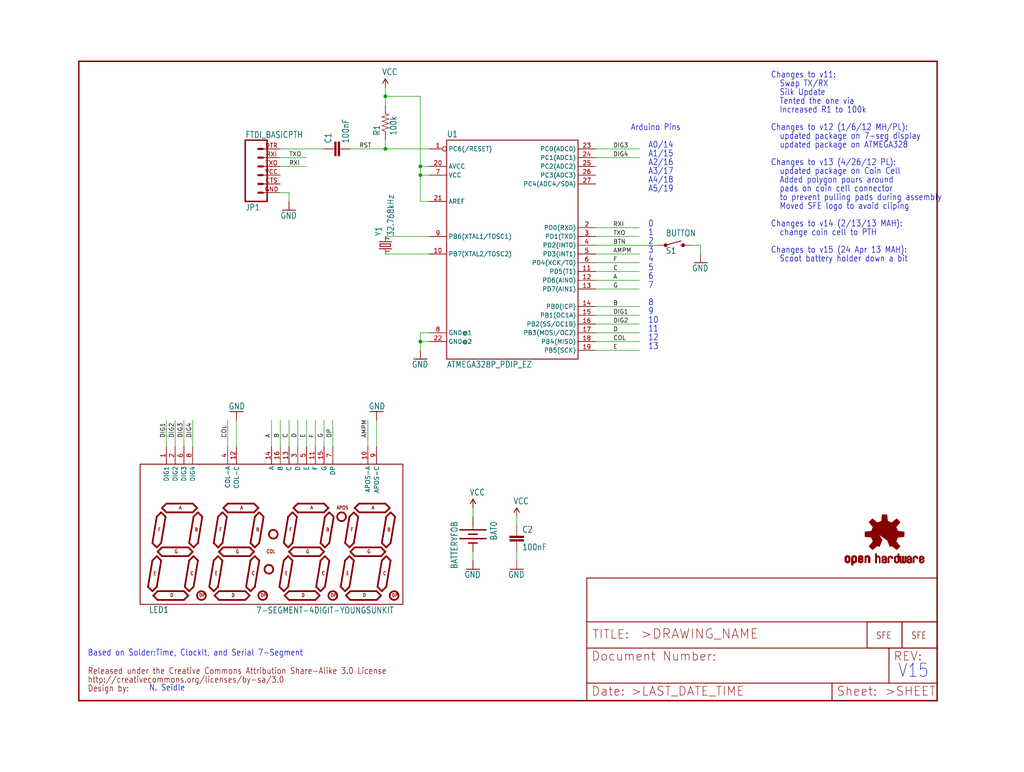
<source format=kicad_sch>
(kicad_sch (version 20211123) (generator eeschema)
  (paper "User" 297.002 223.926)
  (lib_symbols
    (symbol "schematicEagle-eagle-import:7-SEGMENT-4DIGIT-YOUNGSUNKIT"
      (property "Reference" "LED" (at -35.56 -20.32 0))
      (property "Value" "7-SEGMENT-4DIGIT-YOUNGSUNKIT" (at 35.56 -18.542 0))
      (symbol "7-SEGMENT-4DIGIT-YOUNGSUNKIT_1_0"
        (text "A" (at -26.924 9.652 0) (effects (font (size 1.016 0.8636) (thickness 0.1727) bold) (justify left bottom)))
        (text "A" (at -9.144 9.652 0) (effects (font (size 1.016 0.8636) (thickness 0.1727) bold) (justify left bottom)))
        (text "A" (at 11.176 9.652 0) (effects (font (size 1.016 0.8636) (thickness 0.1727) bold) (justify left bottom)))
        (text "A" (at 28.956 9.652 0) (effects (font (size 1.016 0.8636) (thickness 0.1727) bold) (justify left bottom)))
        (text "APOS" (at 18.796 9.652 0) (effects (font (size 1.016 0.8636) (thickness 0.1727) bold) (justify left bottom)))
        (text "B" (at -22.352 3.302 0) (effects (font (size 1.016 0.8636) (thickness 0.1727) bold) (justify left bottom)))
        (text "B" (at -4.572 3.302 0) (effects (font (size 1.016 0.8636) (thickness 0.1727) bold) (justify left bottom)))
        (text "B" (at 15.748 3.302 0) (effects (font (size 1.016 0.8636) (thickness 0.1727) bold) (justify left bottom)))
        (text "B" (at 33.528 3.302 0) (effects (font (size 1.016 0.8636) (thickness 0.1727) bold) (justify left bottom)))
        (text "C" (at -23.622 -9.398 0) (effects (font (size 1.016 0.8636) (thickness 0.1727) bold) (justify left bottom)))
        (text "C" (at -5.842 -9.398 0) (effects (font (size 1.016 0.8636) (thickness 0.1727) bold) (justify left bottom)))
        (text "C" (at 14.478 -9.398 0) (effects (font (size 1.016 0.8636) (thickness 0.1727) bold) (justify left bottom)))
        (text "C" (at 32.258 -9.398 0) (effects (font (size 1.016 0.8636) (thickness 0.1727) bold) (justify left bottom)))
        (text "COL" (at -1.524 -3.048 0) (effects (font (size 1.016 0.8636) (thickness 0.1727) bold) (justify left bottom)))
        (text "D" (at -29.464 -15.748 0) (effects (font (size 1.016 0.8636) (thickness 0.1727) bold) (justify left bottom)))
        (text "D" (at -11.684 -15.748 0) (effects (font (size 1.016 0.8636) (thickness 0.1727) bold) (justify left bottom)))
        (text "D" (at 8.636 -15.748 0) (effects (font (size 1.016 0.8636) (thickness 0.1727) bold) (justify left bottom)))
        (text "D" (at 26.416 -15.748 0) (effects (font (size 1.016 0.8636) (thickness 0.1727) bold) (justify left bottom)))
        (text "DP" (at -21.082 -15.748 0) (effects (font (size 1.016 0.8636) (thickness 0.1727) bold) (justify left bottom)))
        (text "DP" (at -3.302 -15.748 0) (effects (font (size 1.016 0.8636) (thickness 0.1727) bold) (justify left bottom)))
        (text "DP" (at 17.018 -15.748 0) (effects (font (size 1.016 0.8636) (thickness 0.1727) bold) (justify left bottom)))
        (text "DP" (at 34.798 -15.748 0) (effects (font (size 1.016 0.8636) (thickness 0.1727) bold) (justify left bottom)))
        (text "E" (at -34.29 -9.398 0) (effects (font (size 1.016 0.8636) (thickness 0.1727) bold) (justify left bottom)))
        (text "E" (at -16.51 -9.398 0) (effects (font (size 1.016 0.8636) (thickness 0.1727) bold) (justify left bottom)))
        (text "E" (at 3.81 -9.398 0) (effects (font (size 1.016 0.8636) (thickness 0.1727) bold) (justify left bottom)))
        (text "E" (at 21.59 -9.398 0) (effects (font (size 1.016 0.8636) (thickness 0.1727) bold) (justify left bottom)))
        (text "F" (at -33.02 3.302 0) (effects (font (size 1.016 0.8636) (thickness 0.1727) bold) (justify left bottom)))
        (text "F" (at -15.24 3.302 0) (effects (font (size 1.016 0.8636) (thickness 0.1727) bold) (justify left bottom)))
        (text "F" (at 5.08 3.302 0) (effects (font (size 1.016 0.8636) (thickness 0.1727) bold) (justify left bottom)))
        (text "F" (at 22.86 3.302 0) (effects (font (size 1.016 0.8636) (thickness 0.1727) bold) (justify left bottom)))
        (text "G" (at -28.194 -3.048 0) (effects (font (size 1.016 0.8636) (thickness 0.1727) bold) (justify left bottom)))
        (text "G" (at -10.414 -3.048 0) (effects (font (size 1.016 0.8636) (thickness 0.1727) bold) (justify left bottom)))
        (text "G" (at 9.906 -3.048 0) (effects (font (size 1.016 0.8636) (thickness 0.1727) bold) (justify left bottom)))
        (text "G" (at 27.686 -3.048 0) (effects (font (size 1.016 0.8636) (thickness 0.1727) bold) (justify left bottom)))
        (pin bidirectional line (at -30.48 27.94 270) (length 5.08) (name "DIG1") (number "1"))
        (pin bidirectional line (at 27.94 27.94 270) (length 5.08) (name "APOS-A") (number "10"))
        (pin bidirectional line (at 12.7 27.94 270) (length 5.08) (name "F") (number "11"))
        (pin bidirectional line (at -10.16 27.94 270) (length 5.08) (name "COL-C") (number "12"))
        (pin bidirectional line (at 5.08 27.94 270) (length 5.08) (name "C") (number "13"))
        (pin bidirectional line (at 0 27.94 270) (length 5.08) (name "A") (number "14"))
        (pin bidirectional line (at 15.24 27.94 270) (length 5.08) (name "G") (number "15"))
        (pin bidirectional line (at 2.54 27.94 270) (length 5.08) (name "B") (number "16"))
        (pin bidirectional line (at -27.94 27.94 270) (length 5.08) (name "DIG2") (number "2"))
        (pin bidirectional line (at 7.62 27.94 270) (length 5.08) (name "D") (number "3"))
        (pin bidirectional line (at -12.7 27.94 270) (length 5.08) (name "COL-A") (number "4"))
        (pin bidirectional line (at 10.16 27.94 270) (length 5.08) (name "E") (number "5"))
        (pin bidirectional line (at -25.4 27.94 270) (length 5.08) (name "DIG3") (number "6"))
        (pin bidirectional line (at 17.78 27.94 270) (length 5.08) (name "DP") (number "7"))
        (pin bidirectional line (at -22.86 27.94 270) (length 5.08) (name "DIG4") (number "8"))
        (pin bidirectional line (at 30.48 27.94 270) (length 5.08) (name "APOS-C") (number "9"))
      )
    )
    (symbol "schematicEagle-eagle-import:ATMEGA328P_PDIP_EZ"
      (property "Reference" "U" (at -17.78 28.702 0))
      (property "Value" "ATMEGA328P_PDIP_EZ" (at -17.78 -38.1 0))
      (symbol "ATMEGA328P_PDIP_EZ_1_0"
        (pin bidirectional inverted (at -22.86 25.4 0) (length 5.08) (name "PC6(/RESET)") (number "1"))
        (pin bidirectional line (at -22.86 -5.08 0) (length 5.08) (name "PB7(XTAL2/TOSC2)") (number "10"))
        (pin bidirectional line (at 25.4 -10.16 180) (length 5.08) (name "PD5(T1)") (number "11"))
        (pin bidirectional line (at 25.4 -12.7 180) (length 5.08) (name "PD6(AIN0)") (number "12"))
        (pin bidirectional line (at 25.4 -15.24 180) (length 5.08) (name "PD7(AIN1)") (number "13"))
        (pin bidirectional line (at 25.4 -20.32 180) (length 5.08) (name "PB0(ICP)") (number "14"))
        (pin bidirectional line (at 25.4 -22.86 180) (length 5.08) (name "PB1(OC1A)") (number "15"))
        (pin bidirectional line (at 25.4 -25.4 180) (length 5.08) (name "PB2(SS/OC1B)") (number "16"))
        (pin bidirectional line (at 25.4 -27.94 180) (length 5.08) (name "PB3(MOSI/OC2)") (number "17"))
        (pin bidirectional line (at 25.4 -30.48 180) (length 5.08) (name "PB4(MISO)") (number "18"))
        (pin bidirectional line (at 25.4 -33.02 180) (length 5.08) (name "PB5(SCK)") (number "19"))
        (pin bidirectional line (at 25.4 2.54 180) (length 5.08) (name "PD0(RXD)") (number "2"))
        (pin bidirectional line (at -22.86 20.32 0) (length 5.08) (name "AVCC") (number "20"))
        (pin bidirectional line (at -22.86 10.16 0) (length 5.08) (name "AREF") (number "21"))
        (pin bidirectional line (at -22.86 -30.48 0) (length 5.08) (name "GND@2") (number "22"))
        (pin bidirectional line (at 25.4 25.4 180) (length 5.08) (name "PC0(ADC0)") (number "23"))
        (pin bidirectional line (at 25.4 22.86 180) (length 5.08) (name "PC1(ADC1)") (number "24"))
        (pin bidirectional line (at 25.4 20.32 180) (length 5.08) (name "PC2(ADC2)") (number "25"))
        (pin bidirectional line (at 25.4 17.78 180) (length 5.08) (name "PC3(ADC3)") (number "26"))
        (pin bidirectional line (at 25.4 15.24 180) (length 5.08) (name "PC4(ADC4/SDA)") (number "27"))
        (pin bidirectional line (at 25.4 0 180) (length 5.08) (name "PD1(TXD)") (number "3"))
        (pin bidirectional line (at 25.4 -2.54 180) (length 5.08) (name "PD2(INT0)") (number "4"))
        (pin bidirectional line (at 25.4 -5.08 180) (length 5.08) (name "PD3(INT1)") (number "5"))
        (pin bidirectional line (at 25.4 -7.62 180) (length 5.08) (name "PD4(XCK/T0)") (number "6"))
        (pin bidirectional line (at -22.86 17.78 0) (length 5.08) (name "VCC") (number "7"))
        (pin bidirectional line (at -22.86 -27.94 0) (length 5.08) (name "GND@1") (number "8"))
        (pin bidirectional line (at -22.86 0 0) (length 5.08) (name "PB6(XTAL1/TOSC1)") (number "9"))
      )
    )
    (symbol "schematicEagle-eagle-import:BATTERYFOB"
      (property "Reference" "BAT" (at -3.81 5.08 0))
      (property "Value" "BATTERYFOB" (at -3.81 -6.35 0))
      (symbol "BATTERYFOB_1_0"
        (pin power_in line (at -5.08 0 0) (length 2.54) (name "+") (number "1"))
        (pin power_in line (at 5.08 0 180) (length 2.54) (name "-") (number "2"))
      )
    )
    (symbol "schematicEagle-eagle-import:CAPEZ"
      (property "Reference" "C" (at 1.524 2.921 0))
      (property "Value" "CAPEZ" (at 1.524 -2.159 0))
      (symbol "CAPEZ_1_0"
        (pin passive line (at 0 5.08 270) (length 2.54) (name "1") (number "1"))
        (pin passive line (at 0 -2.54 90) (length 2.54) (name "2") (number "2"))
      )
    )
    (symbol "schematicEagle-eagle-import:CREATIVE_COMMONS"
      (symbol "CREATIVE_COMMONS_1_0"
        (text "Design by:" (at 0 0 0) (effects (font (size 1.778 1.5113)) (justify left bottom)))
        (text "http://creativecommons.org/licenses/by-sa/3.0" (at 0 2.54 0) (effects (font (size 1.778 1.5113)) (justify left bottom)))
        (text "Released under the Creative Commons Attribution Share-Alike 3.0 License" (at 0 5.08 0) (effects (font (size 1.778 1.5113)) (justify left bottom)))
      )
    )
    (symbol "schematicEagle-eagle-import:CRYSTALTC26H_EZ"
      (property "Reference" "Y" (at 2.54 1.016 0))
      (property "Value" "CRYSTALTC26H_EZ" (at 2.54 -2.54 0))
      (symbol "CRYSTALTC26H_EZ_1_0"
        (text "1" (at -2.159 -1.143 0) (effects (font (size 0.8636 0.734)) (justify left bottom)))
        (text "2" (at 1.524 -1.143 0) (effects (font (size 0.8636 0.734)) (justify left bottom)))
        (pin passive line (at -2.54 0 0) (length 0) (name "1") (number "1"))
        (pin passive line (at 2.54 0 180) (length 0) (name "2") (number "2"))
      )
    )
    (symbol "schematicEagle-eagle-import:FRAME-LETTER"
      (symbol "FRAME-LETTER_2_0"
        (text ">DRAWING_NAME" (at 15.494 17.78 0) (effects (font (size 2.7432 2.7432)) (justify left bottom)))
        (text ">LAST_DATE_TIME" (at 12.7 1.27 0) (effects (font (size 2.54 2.54)) (justify left bottom)))
        (text ">SHEET" (at 86.36 1.27 0) (effects (font (size 2.54 2.54)) (justify left bottom)))
        (text "Date:" (at 1.27 1.27 0) (effects (font (size 2.54 2.54)) (justify left bottom)))
        (text "Document Number:" (at 1.27 11.43 0) (effects (font (size 2.54 2.54)) (justify left bottom)))
        (text "REV:" (at 88.9 11.43 0) (effects (font (size 2.54 2.54)) (justify left bottom)))
        (text "Sheet:" (at 72.39 1.27 0) (effects (font (size 2.54 2.54)) (justify left bottom)))
        (text "TITLE:" (at 1.524 17.78 0) (effects (font (size 2.54 2.54)) (justify left bottom)))
      )
    )
    (symbol "schematicEagle-eagle-import:FTDI_BASICPTH"
      (property "Reference" "JP" (at -5.08 10.922 0))
      (property "Value" "FTDI_BASICPTH" (at -5.08 -10.16 0))
      (symbol "FTDI_BASICPTH_1_0"
        (pin passive line (at 5.08 5.08 180) (length 5.08) (name "5") (number "CTS"))
        (pin passive line (at 5.08 -5.08 180) (length 5.08) (name "1") (number "DTR"))
        (pin passive line (at 5.08 7.62 180) (length 5.08) (name "6") (number "GND"))
        (pin passive line (at 5.08 -2.54 180) (length 5.08) (name "2") (number "RXI"))
        (pin passive line (at 5.08 0 180) (length 5.08) (name "3") (number "TXO"))
        (pin passive line (at 5.08 2.54 180) (length 5.08) (name "4") (number "VCC"))
      )
    )
    (symbol "schematicEagle-eagle-import:GND" (power)
      (property "Value" "GND" (at -2.54 -2.54 0))
      (symbol "GND_1_0"
        (pin power_in line (at 0 2.54 270) (length 2.54) (name "GND") (number "1"))
      )
    )
    (symbol "schematicEagle-eagle-import:LOGO-SFENW2"
      (symbol "LOGO-SFENW2_1_0"
        (text "SFE" (at 0 0 0) (effects (font (size 1.9304 1.6408)) (justify left bottom)))
      )
    )
    (symbol "schematicEagle-eagle-import:LOGO-SFESK"
      (symbol "LOGO-SFESK_1_0"
        (text "SFE" (at 0 0 0) (effects (font (size 1.9304 1.6408)) (justify left bottom)))
      )
    )
    (symbol "schematicEagle-eagle-import:OSHW-LOGOS")
    (symbol "schematicEagle-eagle-import:RESISTORKIT"
      (property "Reference" "R" (at -3.81 1.4986 0))
      (property "Value" "RESISTORKIT" (at -3.81 -3.302 0))
      (symbol "RESISTORKIT_1_0"
        (pin passive line (at -5.08 0 0) (length 2.54) (name "1") (number "P$1"))
        (pin passive line (at 5.08 0 180) (length 2.54) (name "2") (number "P$2"))
      )
    )
    (symbol "schematicEagle-eagle-import:SWITCH-MOMENTARY-2SIDE_EZ"
      (property "Reference" "S" (at -2.54 2.54 0))
      (property "Value" "SWITCH-MOMENTARY-2SIDE_EZ" (at -2.54 -2.54 0))
      (symbol "SWITCH-MOMENTARY-2SIDE_EZ_1_0"
        (pin passive line (at -5.08 0 0) (length 2.54) (name "1") (number "1"))
        (pin passive line (at 5.08 0 180) (length 2.54) (name "2") (number "2"))
      )
    )
    (symbol "schematicEagle-eagle-import:VCC" (power)
      (property "Value" "VCC" (at -1.016 3.556 0))
      (symbol "VCC_1_0"
        (pin power_in line (at 0 0 90) (length 2.54) (name "VCC") (number "1"))
      )
    )
  )
  (junction (at 111.76 27.94))
  (junction (at 111.76 43.18))
  (junction (at 121.92 50.8))
  (junction (at 121.92 99.06))
  (junction (at 121.92 48.26))
  (wire (pts (xy 53.34 129.54) (xy 53.34 121.92)))
  (wire (pts (xy 88.9 129.54) (xy 88.9 121.92)))
  (wire (pts (xy 78.74 129.54) (xy 78.74 121.92)))
  (wire (pts (xy 172.72 43.18) (xy 185.42 43.18)))
  (wire (pts (xy 81.28 45.72) (xy 88.9 45.72)))
  (wire (pts (xy 121.92 50.8) (xy 121.92 48.26)))
  (wire (pts (xy 172.72 81.28) (xy 185.42 81.28)))
  (wire (pts (xy 96.52 129.54) (xy 96.52 121.92)))
  (wire (pts (xy 121.92 58.42) (xy 121.92 50.8)))
  (wire (pts (xy 81.28 48.26) (xy 88.9 48.26)))
  (wire (pts (xy 172.72 73.66) (xy 185.42 73.66)))
  (wire (pts (xy 137.16 162.56) (xy 137.16 160.02)))
  (wire (pts (xy 121.92 96.52) (xy 121.92 99.06)))
  (wire (pts (xy 172.72 71.12) (xy 190.5 71.12)))
  (wire (pts (xy 172.72 68.58) (xy 185.42 68.58)))
  (wire (pts (xy 121.92 99.06) (xy 121.92 101.6)))
  (wire (pts (xy 50.8 129.54) (xy 50.8 121.92)))
  (wire (pts (xy 106.68 129.54) (xy 106.68 121.92)))
  (wire (pts (xy 83.82 129.54) (xy 83.82 121.92)))
  (wire (pts (xy 91.44 129.54) (xy 91.44 121.92)))
  (wire (pts (xy 121.92 50.8) (xy 124.46 50.8)))
  (wire (pts (xy 68.58 129.54) (xy 68.58 121.92)))
  (wire (pts (xy 101.6 43.18) (xy 111.76 43.18)))
  (wire (pts (xy 124.46 99.06) (xy 121.92 99.06)))
  (wire (pts (xy 172.72 78.74) (xy 185.42 78.74)))
  (wire (pts (xy 109.22 129.54) (xy 109.22 121.92)))
  (wire (pts (xy 93.98 129.54) (xy 93.98 121.92)))
  (wire (pts (xy 172.72 66.04) (xy 185.42 66.04)))
  (wire (pts (xy 81.28 129.54) (xy 81.28 121.92)))
  (wire (pts (xy 111.76 27.94) (xy 111.76 30.48)))
  (wire (pts (xy 55.88 129.54) (xy 55.88 121.92)))
  (wire (pts (xy 172.72 76.2) (xy 185.42 76.2)))
  (wire (pts (xy 172.72 99.06) (xy 185.42 99.06)))
  (wire (pts (xy 121.92 48.26) (xy 124.46 48.26)))
  (wire (pts (xy 111.76 73.66) (xy 124.46 73.66)))
  (wire (pts (xy 111.76 43.18) (xy 124.46 43.18)))
  (wire (pts (xy 81.28 43.18) (xy 93.98 43.18)))
  (wire (pts (xy 137.16 147.32) (xy 137.16 149.86)))
  (wire (pts (xy 149.86 162.56) (xy 149.86 160.02)))
  (wire (pts (xy 111.76 25.4) (xy 111.76 27.94)))
  (wire (pts (xy 66.04 129.54) (xy 66.04 121.92)))
  (wire (pts (xy 121.92 27.94) (xy 111.76 27.94)))
  (wire (pts (xy 48.26 129.54) (xy 48.26 121.92)))
  (wire (pts (xy 172.72 91.44) (xy 185.42 91.44)))
  (wire (pts (xy 81.28 55.88) (xy 83.82 55.88)))
  (wire (pts (xy 121.92 48.26) (xy 121.92 27.94)))
  (wire (pts (xy 149.86 152.4) (xy 149.86 149.86)))
  (wire (pts (xy 172.72 93.98) (xy 185.42 93.98)))
  (wire (pts (xy 111.76 40.64) (xy 111.76 43.18)))
  (wire (pts (xy 86.36 129.54) (xy 86.36 121.92)))
  (wire (pts (xy 124.46 68.58) (xy 111.76 68.58)))
  (wire (pts (xy 203.2 71.12) (xy 203.2 73.66)))
  (wire (pts (xy 172.72 83.82) (xy 185.42 83.82)))
  (wire (pts (xy 124.46 96.52) (xy 121.92 96.52)))
  (wire (pts (xy 83.82 55.88) (xy 83.82 58.42)))
  (wire (pts (xy 200.66 71.12) (xy 203.2 71.12)))
  (wire (pts (xy 172.72 88.9) (xy 185.42 88.9)))
  (wire (pts (xy 172.72 101.6) (xy 185.42 101.6)))
  (wire (pts (xy 124.46 58.42) (xy 121.92 58.42)))
  (wire (pts (xy 172.72 45.72) (xy 185.42 45.72)))
  (wire (pts (xy 172.72 96.52) (xy 185.42 96.52)))
  (text "Arduino Pins" (at 182.88 38.1 180) (effects (font (size 1.778 1.5113)) (justify left bottom)))
  (text "13" (at 187.96 101.6 180) (effects (font (size 1.778 1.5113)) (justify left bottom)))
  (text "pads on coin cell connector" (at 226.06 55.88 180) (effects (font (size 1.778 1.5113)) (justify left bottom)))
  (text "to prevent pulling pads during assembly" (at 226.06 58.42 180) (effects (font (size 1.778 1.5113)) (justify left bottom)))
  (text "Based on Solder:Time, ClockIt, and Serial 7-Segment" (at 25.4 190.5 0) (effects (font (size 1.778 1.5113)) (justify left bottom)))
  (text "V15" (at 260.35 196.85 180) (effects (font (size 3.81 3.2385)) (justify left bottom)))
  (text "Moved SFE logo to avoid cliping" (at 226.06 60.96 180) (effects (font (size 1.778 1.5113)) (justify left bottom)))
  (text "11" (at 187.96 96.52 180) (effects (font (size 1.778 1.5113)) (justify left bottom)))
  (text "2" (at 187.96 71.12 180) (effects (font (size 1.778 1.5113)) (justify left bottom)))
  (text "updated package on 7-seg display" (at 226.06 40.64 180) (effects (font (size 1.778 1.5113)) (justify left bottom)))
  (text "Added polygon pours around" (at 226.06 53.34 180) (effects (font (size 1.778 1.5113)) (justify left bottom)))
  (text "Increased R1 to 100k" (at 226.06 33.02 180) (effects (font (size 1.778 1.5113)) (justify left bottom)))
  (text "10" (at 187.96 93.98 180) (effects (font (size 1.778 1.5113)) (justify left bottom)))
  (text "8" (at 187.96 88.9 180) (effects (font (size 1.778 1.5113)) (justify left bottom)))
  (text "Swap TX/RX" (at 226.06 25.4 180) (effects (font (size 1.778 1.5113)) (justify left bottom)))
  (text "6" (at 187.96 81.28 180) (effects (font (size 1.778 1.5113)) (justify left bottom)))
  (text "0" (at 187.96 66.04 180) (effects (font (size 1.778 1.5113)) (justify left bottom)))
  (text "4" (at 187.96 76.2 180) (effects (font (size 1.778 1.5113)) (justify left bottom)))
  (text "N. Seidle" (at 43.18 200.66 180) (effects (font (size 1.778 1.5113)) (justify left bottom)))
  (text "updated package on Coin Cell" (at 226.06 50.8 180) (effects (font (size 1.778 1.5113)) (justify left bottom)))
  (text "updated package on ATMEGA328" (at 226.06 43.18 180) (effects (font (size 1.778 1.5113)) (justify left bottom)))
  (text "A0/14" (at 187.96 43.18 180) (effects (font (size 1.778 1.5113)) (justify left bottom)))
  (text "Tented the one via" (at 226.06 30.48 180) (effects (font (size 1.778 1.5113)) (justify left bottom)))
  (text "A3/17" (at 187.96 50.8 180) (effects (font (size 1.778 1.5113)) (justify left bottom)))
  (text "change coin cell to PTH" (at 226.06 68.58 180) (effects (font (size 1.778 1.5113)) (justify left bottom)))
  (text "Silk Update" (at 226.06 27.94 180) (effects (font (size 1.778 1.5113)) (justify left bottom)))
  (text "9" (at 187.96 91.44 180) (effects (font (size 1.778 1.5113)) (justify left bottom)))
  (text "A4/18" (at 187.96 53.34 180) (effects (font (size 1.778 1.5113)) (justify left bottom)))
  (text "Changes to v13 (4/26/12 PL):" (at 223.52 48.26 180) (effects (font (size 1.778 1.5113)) (justify left bottom)))
  (text "A1/15" (at 187.96 45.72 180) (effects (font (size 1.778 1.5113)) (justify left bottom)))
  (text "3" (at 187.96 73.66 180) (effects (font (size 1.778 1.5113)) (justify left bottom)))
  (text "7" (at 187.96 83.82 180) (effects (font (size 1.778 1.5113)) (justify left bottom)))
  (text "Changes to v12 (1/6/12 MH/PL):" (at 223.52 38.1 180) (effects (font (size 1.778 1.5113)) (justify left bottom)))
  (text "12" (at 187.96 99.06 180) (effects (font (size 1.778 1.5113)) (justify left bottom)))
  (text "Changes to v11:" (at 223.52 22.86 180) (effects (font (size 1.778 1.5113)) (justify left bottom)))
  (text "1" (at 187.96 68.58 180) (effects (font (size 1.778 1.5113)) (justify left bottom)))
  (text "Changes to v14 (2/13/13 MAH):" (at 223.52 66.04 180) (effects (font (size 1.778 1.5113)) (justify left bottom)))
  (text "Changes to v15 (24 Apr 13 MAH):" (at 223.52 73.66 180) (effects (font (size 1.778 1.5113)) (justify left bottom)))
  (text "A2/16" (at 187.96 48.26 180) (effects (font (size 1.778 1.5113)) (justify left bottom)))
  (text "5" (at 187.96 78.74 180) (effects (font (size 1.778 1.5113)) (justify left bottom)))
  (text "A5/19" (at 187.96 55.88 180) (effects (font (size 1.778 1.5113)) (justify left bottom)))
  (text "Scoot battery holder down a bit" (at 226.06 76.2 180) (effects (font (size 1.778 1.5113)) (justify left bottom)))
  (label "DIG2" (at 50.8 127 90) (effects (font (size 1.2446 1.2446))))
  (label "A" (at 78.74 127 90) (effects (font (size 1.2446 1.2446))))
  (label "DIG4" (at 177.8 45.72 0) (effects (font (size 1.2446 1.2446))))
  (label "E" (at 177.8 101.6 0) (effects (font (size 1.2446 1.2446))))
  (label "E" (at 88.9 127 90) (effects (font (size 1.2446 1.2446))))
  (label "DIG3" (at 53.34 127 90) (effects (font (size 1.2446 1.2446))))
  (label "AMPM" (at 177.8 73.66 0) (effects (font (size 1.2446 1.2446))))
  (label "G" (at 177.8 83.82 0) (effects (font (size 1.2446 1.2446))))
  (label "B" (at 177.8 88.9 0) (effects (font (size 1.2446 1.2446))))
  (label "G" (at 93.98 127 90) (effects (font (size 1.2446 1.2446))))
  (label "DP" (at 96.52 127 90) (effects (font (size 1.2446 1.2446))))
  (label "BTN" (at 177.8 71.12 0) (effects (font (size 1.2446 1.2446))))
  (label "DIG4" (at 55.88 127 90) (effects (font (size 1.2446 1.2446))))
  (label "DIG2" (at 177.8 93.98 0) (effects (font (size 1.2446 1.2446))))
  (label "F" (at 177.8 76.2 0) (effects (font (size 1.2446 1.2446))))
  (label "DIG1" (at 48.26 127 90) (effects (font (size 1.2446 1.2446))))
  (label "D" (at 86.36 127 90) (effects (font (size 1.2446 1.2446))))
  (label "DIG1" (at 177.8 91.44 0) (effects (font (size 1.2446 1.2446))))
  (label "COL" (at 177.8 99.06 0) (effects (font (size 1.2446 1.2446))))
  (label "F" (at 91.44 127 90) (effects (font (size 1.2446 1.2446))))
  (label "C" (at 83.82 127 90) (effects (font (size 1.2446 1.2446))))
  (label "RXI" (at 83.82 48.26 0) (effects (font (size 1.2446 1.2446))))
  (label "RST" (at 104.14 43.18 0) (effects (font (size 1.2446 1.2446))))
  (label "TXO" (at 177.8 68.58 0) (effects (font (size 1.2446 1.2446))))
  (label "D" (at 177.8 96.52 0) (effects (font (size 1.2446 1.2446))))
  (label "COL" (at 66.04 127 90) (effects (font (size 1.2446 1.2446))))
  (label "AMPM" (at 106.68 127 90) (effects (font (size 1.2446 1.2446))))
  (label "TXO" (at 83.82 45.72 0) (effects (font (size 1.2446 1.2446))))
  (label "B" (at 81.28 127 90) (effects (font (size 1.2446 1.2446))))
  (label "A" (at 177.8 81.28 0) (effects (font (size 1.2446 1.2446))))
  (label "C" (at 177.8 78.74 0) (effects (font (size 1.2446 1.2446))))
  (label "RXI" (at 177.8 66.04 0) (effects (font (size 1.2446 1.2446))))
  (label "DIG3" (at 177.8 43.18 0) (effects (font (size 1.2446 1.2446))))
  (symbol (lib_id "schematicEagle-eagle-import:GND") (at 203.2 76.2 0) (unit 1)
    (property "Reference" "#GND4" (effects hide))
    (property "Value" "GND" (at 200.66 78.74 0) (effects (font (size 1.778 1.5113)) (justify left bottom)))
    (property "Footprint" "schematicEagle:" (effects hide))
  )
  (symbol (lib_id "schematicEagle-eagle-import:CRYSTALTC26H_EZ") (at 111.76 71.12 90) (unit 1)
    (property "Reference" "Y1" (at 110.744 68.58 0) (effects (font (size 1.778 1.5113)) (justify left bottom)))
    (property "Value" "32.768kHz" (at 114.3 68.58 0) (effects (font (size 1.778 1.5113)) (justify left bottom)))
    (property "Footprint" "schematicEagle:TC26HEZ" (effects hide))
  )
  (symbol (lib_id "schematicEagle-eagle-import:BATTERYFOB") (at 137.16 154.94 270) (unit 1)
    (property "Reference" "BAT0" (at 142.24 151.13 0) (effects (font (size 1.778 1.5113)) (justify left bottom)))
    (property "Value" "BATTERYFOB" (at 130.81 151.13 0) (effects (font (size 1.778 1.5113)) (justify left bottom)))
    (property "Footprint" "schematicEagle:BATTERY_20MM_PTH_COMPACT" (effects hide))
  )
  (symbol (lib_id "schematicEagle-eagle-import:GND") (at 68.58 119.38 180) (unit 1)
    (property "Reference" "#GND1" (effects hide))
    (property "Value" "GND" (at 71.12 116.84 0) (effects (font (size 1.778 1.5113)) (justify left bottom)))
    (property "Footprint" "schematicEagle:" (effects hide))
  )
  (symbol (lib_id "schematicEagle-eagle-import:FRAME-LETTER") (at 170.18 203.2 0) (unit 2)
    (property "Reference" "#FRAME1" (effects hide))
    (property "Value" "FRAME-LETTER" (effects hide))
    (property "Footprint" "schematicEagle:" (effects hide))
  )
  (symbol (lib_id "schematicEagle-eagle-import:7-SEGMENT-4DIGIT-YOUNGSUNKIT") (at 78.74 157.48 0) (unit 1)
    (property "Reference" "LED1" (at 43.18 177.8 0) (effects (font (size 1.778 1.5113)) (justify left bottom)))
    (property "Value" "7-SEGMENT-4DIGIT-YOUNGSUNKIT" (at 114.3 176.022 0) (effects (font (size 1.778 1.5113)) (justify right top)))
    (property "Footprint" "schematicEagle:7-SEGMENT-4DIGIT-YOUNGSUN-KIT" (effects hide))
  )
  (symbol (lib_id "schematicEagle-eagle-import:CREATIVE_COMMONS") (at 25.4 200.66 0) (unit 1)
    (property "Reference" "U$2" (effects hide))
    (property "Value" "CREATIVE_COMMONS" (effects hide))
    (property "Footprint" "schematicEagle:CREATIVE_COMMONS" (effects hide))
  )
  (symbol (lib_id "schematicEagle-eagle-import:GND") (at 149.86 165.1 0) (unit 1)
    (property "Reference" "#GND23" (effects hide))
    (property "Value" "GND" (at 147.32 167.64 0) (effects (font (size 1.778 1.5113)) (justify left bottom)))
    (property "Footprint" "schematicEagle:" (effects hide))
  )
  (symbol (lib_id "schematicEagle-eagle-import:VCC") (at 111.76 25.4 0) (unit 1)
    (property "Reference" "#P+1" (effects hide))
    (property "Value" "VCC" (at 110.744 21.844 0) (effects (font (size 1.778 1.5113)) (justify left bottom)))
    (property "Footprint" "schematicEagle:" (effects hide))
  )
  (symbol (lib_id "schematicEagle-eagle-import:GND") (at 121.92 104.14 0) (unit 1)
    (property "Reference" "#GND2" (effects hide))
    (property "Value" "GND" (at 119.38 106.68 0) (effects (font (size 1.778 1.5113)) (justify left bottom)))
    (property "Footprint" "schematicEagle:" (effects hide))
  )
  (symbol (lib_id "schematicEagle-eagle-import:CAPEZ") (at 99.06 43.18 90) (unit 1)
    (property "Reference" "C1" (at 96.139 41.656 0) (effects (font (size 1.778 1.5113)) (justify left bottom)))
    (property "Value" "100nF" (at 101.219 41.656 0) (effects (font (size 1.778 1.5113)) (justify left bottom)))
    (property "Footprint" "schematicEagle:CAP-PTH-SMALLEZ" (effects hide))
  )
  (symbol (lib_id "schematicEagle-eagle-import:GND") (at 83.82 60.96 0) (unit 1)
    (property "Reference" "#GND3" (effects hide))
    (property "Value" "GND" (at 81.28 63.5 0) (effects (font (size 1.778 1.5113)) (justify left bottom)))
    (property "Footprint" "schematicEagle:" (effects hide))
  )
  (symbol (lib_id "schematicEagle-eagle-import:VCC") (at 137.16 147.32 0) (unit 1)
    (property "Reference" "#P+4" (effects hide))
    (property "Value" "VCC" (at 136.144 143.764 0) (effects (font (size 1.778 1.5113)) (justify left bottom)))
    (property "Footprint" "schematicEagle:" (effects hide))
  )
  (symbol (lib_id "schematicEagle-eagle-import:FTDI_BASICPTH") (at 76.2 48.26 0) (mirror x) (unit 1)
    (property "Reference" "JP1" (at 71.12 59.182 0) (effects (font (size 1.778 1.5113)) (justify left bottom)))
    (property "Value" "FTDI_BASICPTH" (at 71.12 38.1 0) (effects (font (size 1.778 1.5113)) (justify left bottom)))
    (property "Footprint" "schematicEagle:FTDI_BASIC" (effects hide))
  )
  (symbol (lib_id "schematicEagle-eagle-import:CAPEZ") (at 149.86 157.48 0) (unit 1)
    (property "Reference" "C2" (at 151.384 154.559 0) (effects (font (size 1.778 1.5113)) (justify left bottom)))
    (property "Value" "100nF" (at 151.384 159.639 0) (effects (font (size 1.778 1.5113)) (justify left bottom)))
    (property "Footprint" "schematicEagle:CAP-PTH-SMALLEZ" (effects hide))
  )
  (symbol (lib_id "schematicEagle-eagle-import:GND") (at 109.22 119.38 180) (unit 1)
    (property "Reference" "#GND5" (effects hide))
    (property "Value" "GND" (at 111.76 116.84 0) (effects (font (size 1.778 1.5113)) (justify left bottom)))
    (property "Footprint" "schematicEagle:" (effects hide))
  )
  (symbol (lib_id "schematicEagle-eagle-import:RESISTORKIT") (at 111.76 35.56 90) (unit 1)
    (property "Reference" "R1" (at 110.2614 39.37 0) (effects (font (size 1.778 1.5113)) (justify left bottom)))
    (property "Value" "100k" (at 115.062 39.37 0) (effects (font (size 1.778 1.5113)) (justify left bottom)))
    (property "Footprint" "schematicEagle:AXIAL-0.3-KIT" (effects hide))
  )
  (symbol (lib_id "schematicEagle-eagle-import:OSHW-LOGOS") (at 256.54 154.94 0) (unit 1)
    (property "Reference" "U$4" (effects hide))
    (property "Value" "OSHW-LOGOS" (effects hide))
    (property "Footprint" "schematicEagle:OSHW-LOGO-S" (effects hide))
  )
  (symbol (lib_id "schematicEagle-eagle-import:FRAME-LETTER") (at 22.86 203.2 0) (unit 1)
    (property "Reference" "#FRAME1" (effects hide))
    (property "Value" "FRAME-LETTER" (effects hide))
    (property "Footprint" "schematicEagle:" (effects hide))
  )
  (symbol (lib_id "schematicEagle-eagle-import:GND") (at 137.16 165.1 0) (unit 1)
    (property "Reference" "#GND6" (effects hide))
    (property "Value" "GND" (at 134.62 167.64 0) (effects (font (size 1.778 1.5113)) (justify left bottom)))
    (property "Footprint" "schematicEagle:" (effects hide))
  )
  (symbol (lib_id "schematicEagle-eagle-import:VCC") (at 149.86 149.86 0) (unit 1)
    (property "Reference" "#P+3" (effects hide))
    (property "Value" "VCC" (at 148.844 146.304 0) (effects (font (size 1.778 1.5113)) (justify left bottom)))
    (property "Footprint" "schematicEagle:" (effects hide))
  )
  (symbol (lib_id "schematicEagle-eagle-import:LOGO-SFESK") (at 264.16 185.42 0) (unit 1)
    (property "Reference" "U$1" (effects hide))
    (property "Value" "LOGO-SFESK" (effects hide))
    (property "Footprint" "schematicEagle:SFE-LOGO-FLAME" (effects hide))
  )
  (symbol (lib_id "schematicEagle-eagle-import:SWITCH-MOMENTARY-2SIDE_EZ") (at 195.58 71.12 0) (unit 1)
    (property "Reference" "S1" (at 193.04 73.66 0) (effects (font (size 1.778 1.5113)) (justify left bottom)))
    (property "Value" "BUTTON" (at 193.04 68.58 0) (effects (font (size 1.778 1.5113)) (justify left bottom)))
    (property "Footprint" "schematicEagle:TACTILE-PTH-SIDEEZ" (effects hide))
  )
  (symbol (lib_id "schematicEagle-eagle-import:LOGO-SFENW2") (at 254 185.42 0) (unit 1)
    (property "Reference" "U$5" (effects hide))
    (property "Value" "LOGO-SFENW2" (effects hide))
    (property "Footprint" "schematicEagle:SFE-NEW-WEB" (effects hide))
  )
  (symbol (lib_id "schematicEagle-eagle-import:ATMEGA328P_PDIP_EZ") (at 147.32 68.58 0) (unit 1)
    (property "Reference" "U1" (at 129.54 39.878 0) (effects (font (size 1.778 1.5113)) (justify left bottom)))
    (property "Value" "ATMEGA328P_PDIP_EZ" (at 129.54 106.68 0) (effects (font (size 1.778 1.5113)) (justify left bottom)))
    (property "Footprint" "schematicEagle:DIL28-EZ" (effects hide))
  )
)
</source>
